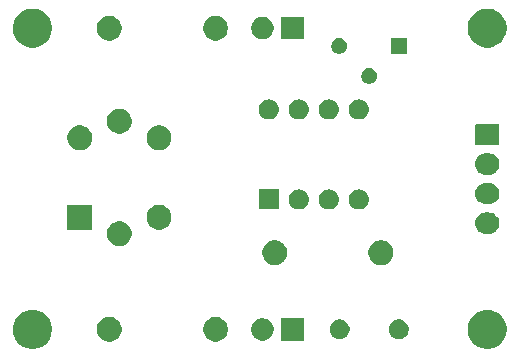
<source format=gbr>
G04 #@! TF.GenerationSoftware,KiCad,Pcbnew,(5.1.4)-1*
G04 #@! TF.CreationDate,2020-08-11T16:56:37+03:00*
G04 #@! TF.ProjectId,gas_sensor,6761735f-7365-46e7-936f-722e6b696361,rev?*
G04 #@! TF.SameCoordinates,Original*
G04 #@! TF.FileFunction,Soldermask,Top*
G04 #@! TF.FilePolarity,Negative*
%FSLAX46Y46*%
G04 Gerber Fmt 4.6, Leading zero omitted, Abs format (unit mm)*
G04 Created by KiCad (PCBNEW (5.1.4)-1) date 2020-08-11 16:56:37*
%MOMM*%
%LPD*%
G04 APERTURE LIST*
%ADD10C,0.100000*%
G04 APERTURE END LIST*
D10*
G36*
X166375256Y-114391298D02*
G01*
X166481579Y-114412447D01*
X166782042Y-114536903D01*
X167052451Y-114717585D01*
X167282415Y-114947549D01*
X167463097Y-115217958D01*
X167587553Y-115518421D01*
X167593742Y-115549534D01*
X167651000Y-115837389D01*
X167651000Y-116162611D01*
X167608702Y-116375256D01*
X167587553Y-116481579D01*
X167463097Y-116782042D01*
X167282415Y-117052451D01*
X167052451Y-117282415D01*
X166782042Y-117463097D01*
X166481579Y-117587553D01*
X166375256Y-117608702D01*
X166162611Y-117651000D01*
X165837389Y-117651000D01*
X165624744Y-117608702D01*
X165518421Y-117587553D01*
X165217958Y-117463097D01*
X164947549Y-117282415D01*
X164717585Y-117052451D01*
X164536903Y-116782042D01*
X164412447Y-116481579D01*
X164391298Y-116375256D01*
X164349000Y-116162611D01*
X164349000Y-115837389D01*
X164406258Y-115549534D01*
X164412447Y-115518421D01*
X164536903Y-115217958D01*
X164717585Y-114947549D01*
X164947549Y-114717585D01*
X165217958Y-114536903D01*
X165518421Y-114412447D01*
X165624744Y-114391298D01*
X165837389Y-114349000D01*
X166162611Y-114349000D01*
X166375256Y-114391298D01*
X166375256Y-114391298D01*
G37*
G36*
X127875256Y-114391298D02*
G01*
X127981579Y-114412447D01*
X128282042Y-114536903D01*
X128552451Y-114717585D01*
X128782415Y-114947549D01*
X128963097Y-115217958D01*
X129087553Y-115518421D01*
X129093742Y-115549534D01*
X129151000Y-115837389D01*
X129151000Y-116162611D01*
X129108702Y-116375256D01*
X129087553Y-116481579D01*
X128963097Y-116782042D01*
X128782415Y-117052451D01*
X128552451Y-117282415D01*
X128282042Y-117463097D01*
X127981579Y-117587553D01*
X127875256Y-117608702D01*
X127662611Y-117651000D01*
X127337389Y-117651000D01*
X127124744Y-117608702D01*
X127018421Y-117587553D01*
X126717958Y-117463097D01*
X126447549Y-117282415D01*
X126217585Y-117052451D01*
X126036903Y-116782042D01*
X125912447Y-116481579D01*
X125891298Y-116375256D01*
X125849000Y-116162611D01*
X125849000Y-115837389D01*
X125906258Y-115549534D01*
X125912447Y-115518421D01*
X126036903Y-115217958D01*
X126217585Y-114947549D01*
X126447549Y-114717585D01*
X126717958Y-114536903D01*
X127018421Y-114412447D01*
X127124744Y-114391298D01*
X127337389Y-114349000D01*
X127662611Y-114349000D01*
X127875256Y-114391298D01*
X127875256Y-114391298D01*
G37*
G36*
X134306564Y-114989389D02*
G01*
X134497833Y-115068615D01*
X134497835Y-115068616D01*
X134523174Y-115085547D01*
X134669973Y-115183635D01*
X134816365Y-115330027D01*
X134931385Y-115502167D01*
X135010611Y-115693436D01*
X135051000Y-115896484D01*
X135051000Y-116103516D01*
X135010611Y-116306564D01*
X134931385Y-116497833D01*
X134931384Y-116497835D01*
X134816365Y-116669973D01*
X134669973Y-116816365D01*
X134497835Y-116931384D01*
X134497834Y-116931385D01*
X134497833Y-116931385D01*
X134306564Y-117010611D01*
X134103516Y-117051000D01*
X133896484Y-117051000D01*
X133693436Y-117010611D01*
X133502167Y-116931385D01*
X133502166Y-116931385D01*
X133502165Y-116931384D01*
X133330027Y-116816365D01*
X133183635Y-116669973D01*
X133068616Y-116497835D01*
X133068615Y-116497833D01*
X132989389Y-116306564D01*
X132949000Y-116103516D01*
X132949000Y-115896484D01*
X132989389Y-115693436D01*
X133068615Y-115502167D01*
X133183635Y-115330027D01*
X133330027Y-115183635D01*
X133476826Y-115085547D01*
X133502165Y-115068616D01*
X133502167Y-115068615D01*
X133693436Y-114989389D01*
X133896484Y-114949000D01*
X134103516Y-114949000D01*
X134306564Y-114989389D01*
X134306564Y-114989389D01*
G37*
G36*
X143306564Y-114989389D02*
G01*
X143497833Y-115068615D01*
X143497835Y-115068616D01*
X143523174Y-115085547D01*
X143669973Y-115183635D01*
X143816365Y-115330027D01*
X143931385Y-115502167D01*
X144010611Y-115693436D01*
X144051000Y-115896484D01*
X144051000Y-116103516D01*
X144010611Y-116306564D01*
X143931385Y-116497833D01*
X143931384Y-116497835D01*
X143816365Y-116669973D01*
X143669973Y-116816365D01*
X143497835Y-116931384D01*
X143497834Y-116931385D01*
X143497833Y-116931385D01*
X143306564Y-117010611D01*
X143103516Y-117051000D01*
X142896484Y-117051000D01*
X142693436Y-117010611D01*
X142502167Y-116931385D01*
X142502166Y-116931385D01*
X142502165Y-116931384D01*
X142330027Y-116816365D01*
X142183635Y-116669973D01*
X142068616Y-116497835D01*
X142068615Y-116497833D01*
X141989389Y-116306564D01*
X141949000Y-116103516D01*
X141949000Y-115896484D01*
X141989389Y-115693436D01*
X142068615Y-115502167D01*
X142183635Y-115330027D01*
X142330027Y-115183635D01*
X142476826Y-115085547D01*
X142502165Y-115068616D01*
X142502167Y-115068615D01*
X142693436Y-114989389D01*
X142896484Y-114949000D01*
X143103516Y-114949000D01*
X143306564Y-114989389D01*
X143306564Y-114989389D01*
G37*
G36*
X150451000Y-116951000D02*
G01*
X148549000Y-116951000D01*
X148549000Y-115049000D01*
X150451000Y-115049000D01*
X150451000Y-116951000D01*
X150451000Y-116951000D01*
G37*
G36*
X147237395Y-115085546D02*
G01*
X147410466Y-115157234D01*
X147410467Y-115157235D01*
X147566227Y-115261310D01*
X147698690Y-115393773D01*
X147741284Y-115457520D01*
X147802766Y-115549534D01*
X147874454Y-115722605D01*
X147911000Y-115906333D01*
X147911000Y-116093667D01*
X147874454Y-116277395D01*
X147802766Y-116450466D01*
X147781977Y-116481579D01*
X147698690Y-116606227D01*
X147566227Y-116738690D01*
X147543092Y-116754148D01*
X147410466Y-116842766D01*
X147237395Y-116914454D01*
X147053667Y-116951000D01*
X146866333Y-116951000D01*
X146682605Y-116914454D01*
X146509534Y-116842766D01*
X146376908Y-116754148D01*
X146353773Y-116738690D01*
X146221310Y-116606227D01*
X146138023Y-116481579D01*
X146117234Y-116450466D01*
X146045546Y-116277395D01*
X146009000Y-116093667D01*
X146009000Y-115906333D01*
X146045546Y-115722605D01*
X146117234Y-115549534D01*
X146178716Y-115457520D01*
X146221310Y-115393773D01*
X146353773Y-115261310D01*
X146509533Y-115157235D01*
X146509534Y-115157234D01*
X146682605Y-115085546D01*
X146866333Y-115049000D01*
X147053667Y-115049000D01*
X147237395Y-115085546D01*
X147237395Y-115085546D01*
G37*
G36*
X153748228Y-115181703D02*
G01*
X153903100Y-115245853D01*
X154042481Y-115338985D01*
X154161015Y-115457519D01*
X154254147Y-115596900D01*
X154318297Y-115751772D01*
X154351000Y-115916184D01*
X154351000Y-116083816D01*
X154318297Y-116248228D01*
X154254147Y-116403100D01*
X154161015Y-116542481D01*
X154042481Y-116661015D01*
X153903100Y-116754147D01*
X153748228Y-116818297D01*
X153583816Y-116851000D01*
X153416184Y-116851000D01*
X153251772Y-116818297D01*
X153096900Y-116754147D01*
X152957519Y-116661015D01*
X152838985Y-116542481D01*
X152745853Y-116403100D01*
X152681703Y-116248228D01*
X152649000Y-116083816D01*
X152649000Y-115916184D01*
X152681703Y-115751772D01*
X152745853Y-115596900D01*
X152838985Y-115457519D01*
X152957519Y-115338985D01*
X153096900Y-115245853D01*
X153251772Y-115181703D01*
X153416184Y-115149000D01*
X153583816Y-115149000D01*
X153748228Y-115181703D01*
X153748228Y-115181703D01*
G37*
G36*
X158748228Y-115181703D02*
G01*
X158903100Y-115245853D01*
X159042481Y-115338985D01*
X159161015Y-115457519D01*
X159254147Y-115596900D01*
X159318297Y-115751772D01*
X159351000Y-115916184D01*
X159351000Y-116083816D01*
X159318297Y-116248228D01*
X159254147Y-116403100D01*
X159161015Y-116542481D01*
X159042481Y-116661015D01*
X158903100Y-116754147D01*
X158748228Y-116818297D01*
X158583816Y-116851000D01*
X158416184Y-116851000D01*
X158251772Y-116818297D01*
X158096900Y-116754147D01*
X157957519Y-116661015D01*
X157838985Y-116542481D01*
X157745853Y-116403100D01*
X157681703Y-116248228D01*
X157649000Y-116083816D01*
X157649000Y-115916184D01*
X157681703Y-115751772D01*
X157745853Y-115596900D01*
X157838985Y-115457519D01*
X157957519Y-115338985D01*
X158096900Y-115245853D01*
X158251772Y-115181703D01*
X158416184Y-115149000D01*
X158583816Y-115149000D01*
X158748228Y-115181703D01*
X158748228Y-115181703D01*
G37*
G36*
X157306564Y-108489389D02*
G01*
X157476969Y-108559973D01*
X157497835Y-108568616D01*
X157669973Y-108683635D01*
X157816365Y-108830027D01*
X157931385Y-109002167D01*
X158010611Y-109193436D01*
X158051000Y-109396484D01*
X158051000Y-109603516D01*
X158010611Y-109806564D01*
X157931385Y-109997833D01*
X157931384Y-109997835D01*
X157816365Y-110169973D01*
X157669973Y-110316365D01*
X157497835Y-110431384D01*
X157497834Y-110431385D01*
X157497833Y-110431385D01*
X157306564Y-110510611D01*
X157103516Y-110551000D01*
X156896484Y-110551000D01*
X156693436Y-110510611D01*
X156502167Y-110431385D01*
X156502166Y-110431385D01*
X156502165Y-110431384D01*
X156330027Y-110316365D01*
X156183635Y-110169973D01*
X156068616Y-109997835D01*
X156068615Y-109997833D01*
X155989389Y-109806564D01*
X155949000Y-109603516D01*
X155949000Y-109396484D01*
X155989389Y-109193436D01*
X156068615Y-109002167D01*
X156183635Y-108830027D01*
X156330027Y-108683635D01*
X156502165Y-108568616D01*
X156523031Y-108559973D01*
X156693436Y-108489389D01*
X156896484Y-108449000D01*
X157103516Y-108449000D01*
X157306564Y-108489389D01*
X157306564Y-108489389D01*
G37*
G36*
X148306564Y-108489389D02*
G01*
X148476969Y-108559973D01*
X148497835Y-108568616D01*
X148669973Y-108683635D01*
X148816365Y-108830027D01*
X148931385Y-109002167D01*
X149010611Y-109193436D01*
X149051000Y-109396484D01*
X149051000Y-109603516D01*
X149010611Y-109806564D01*
X148931385Y-109997833D01*
X148931384Y-109997835D01*
X148816365Y-110169973D01*
X148669973Y-110316365D01*
X148497835Y-110431384D01*
X148497834Y-110431385D01*
X148497833Y-110431385D01*
X148306564Y-110510611D01*
X148103516Y-110551000D01*
X147896484Y-110551000D01*
X147693436Y-110510611D01*
X147502167Y-110431385D01*
X147502166Y-110431385D01*
X147502165Y-110431384D01*
X147330027Y-110316365D01*
X147183635Y-110169973D01*
X147068616Y-109997835D01*
X147068615Y-109997833D01*
X146989389Y-109806564D01*
X146949000Y-109603516D01*
X146949000Y-109396484D01*
X146989389Y-109193436D01*
X147068615Y-109002167D01*
X147183635Y-108830027D01*
X147330027Y-108683635D01*
X147502165Y-108568616D01*
X147523031Y-108559973D01*
X147693436Y-108489389D01*
X147896484Y-108449000D01*
X148103516Y-108449000D01*
X148306564Y-108489389D01*
X148306564Y-108489389D01*
G37*
G36*
X135166564Y-106879389D02*
G01*
X135357833Y-106958615D01*
X135357835Y-106958616D01*
X135416527Y-106997833D01*
X135529973Y-107073635D01*
X135676365Y-107220027D01*
X135791385Y-107392167D01*
X135870611Y-107583436D01*
X135911000Y-107786484D01*
X135911000Y-107993516D01*
X135870611Y-108196564D01*
X135791385Y-108387833D01*
X135791384Y-108387835D01*
X135676365Y-108559973D01*
X135529973Y-108706365D01*
X135357835Y-108821384D01*
X135357834Y-108821385D01*
X135357833Y-108821385D01*
X135166564Y-108900611D01*
X134963516Y-108941000D01*
X134756484Y-108941000D01*
X134553436Y-108900611D01*
X134362167Y-108821385D01*
X134362166Y-108821385D01*
X134362165Y-108821384D01*
X134190027Y-108706365D01*
X134043635Y-108559973D01*
X133928616Y-108387835D01*
X133928615Y-108387833D01*
X133849389Y-108196564D01*
X133809000Y-107993516D01*
X133809000Y-107786484D01*
X133849389Y-107583436D01*
X133928615Y-107392167D01*
X134043635Y-107220027D01*
X134190027Y-107073635D01*
X134303473Y-106997833D01*
X134362165Y-106958616D01*
X134362167Y-106958615D01*
X134553436Y-106879389D01*
X134756484Y-106839000D01*
X134963516Y-106839000D01*
X135166564Y-106879389D01*
X135166564Y-106879389D01*
G37*
G36*
X166235442Y-106105518D02*
G01*
X166301627Y-106112037D01*
X166471466Y-106163557D01*
X166627991Y-106247222D01*
X166663729Y-106276552D01*
X166765186Y-106359814D01*
X166848448Y-106461271D01*
X166877778Y-106497009D01*
X166961443Y-106653534D01*
X167012963Y-106823373D01*
X167030359Y-107000000D01*
X167012963Y-107176627D01*
X166961443Y-107346466D01*
X166877778Y-107502991D01*
X166871525Y-107510610D01*
X166765186Y-107640186D01*
X166663729Y-107723448D01*
X166627991Y-107752778D01*
X166471466Y-107836443D01*
X166301627Y-107887963D01*
X166235442Y-107894482D01*
X166169260Y-107901000D01*
X165830740Y-107901000D01*
X165764558Y-107894482D01*
X165698373Y-107887963D01*
X165528534Y-107836443D01*
X165372009Y-107752778D01*
X165336271Y-107723448D01*
X165234814Y-107640186D01*
X165128475Y-107510610D01*
X165122222Y-107502991D01*
X165038557Y-107346466D01*
X164987037Y-107176627D01*
X164969641Y-107000000D01*
X164987037Y-106823373D01*
X165038557Y-106653534D01*
X165122222Y-106497009D01*
X165151552Y-106461271D01*
X165234814Y-106359814D01*
X165336271Y-106276552D01*
X165372009Y-106247222D01*
X165528534Y-106163557D01*
X165698373Y-106112037D01*
X165764558Y-106105518D01*
X165830740Y-106099000D01*
X166169260Y-106099000D01*
X166235442Y-106105518D01*
X166235442Y-106105518D01*
G37*
G36*
X132551000Y-107551000D02*
G01*
X130449000Y-107551000D01*
X130449000Y-105449000D01*
X132551000Y-105449000D01*
X132551000Y-107551000D01*
X132551000Y-107551000D01*
G37*
G36*
X138526564Y-105489389D02*
G01*
X138717833Y-105568615D01*
X138717835Y-105568616D01*
X138771777Y-105604659D01*
X138889973Y-105683635D01*
X139036365Y-105830027D01*
X139151385Y-106002167D01*
X139230611Y-106193436D01*
X139271000Y-106396484D01*
X139271000Y-106603516D01*
X139230611Y-106806564D01*
X139167629Y-106958616D01*
X139151384Y-106997835D01*
X139036365Y-107169973D01*
X138889973Y-107316365D01*
X138717835Y-107431384D01*
X138717834Y-107431385D01*
X138717833Y-107431385D01*
X138526564Y-107510611D01*
X138323516Y-107551000D01*
X138116484Y-107551000D01*
X137913436Y-107510611D01*
X137722167Y-107431385D01*
X137722166Y-107431385D01*
X137722165Y-107431384D01*
X137550027Y-107316365D01*
X137403635Y-107169973D01*
X137288616Y-106997835D01*
X137272371Y-106958616D01*
X137209389Y-106806564D01*
X137169000Y-106603516D01*
X137169000Y-106396484D01*
X137209389Y-106193436D01*
X137288615Y-106002167D01*
X137403635Y-105830027D01*
X137550027Y-105683635D01*
X137668223Y-105604659D01*
X137722165Y-105568616D01*
X137722167Y-105568615D01*
X137913436Y-105489389D01*
X138116484Y-105449000D01*
X138323516Y-105449000D01*
X138526564Y-105489389D01*
X138526564Y-105489389D01*
G37*
G36*
X152746823Y-104161313D02*
G01*
X152907242Y-104209976D01*
X153039906Y-104280886D01*
X153055078Y-104288996D01*
X153184659Y-104395341D01*
X153291004Y-104524922D01*
X153291005Y-104524924D01*
X153370024Y-104672758D01*
X153418687Y-104833177D01*
X153435117Y-105000000D01*
X153418687Y-105166823D01*
X153370024Y-105327242D01*
X153337568Y-105387963D01*
X153291004Y-105475078D01*
X153184659Y-105604659D01*
X153055078Y-105711004D01*
X153055076Y-105711005D01*
X152907242Y-105790024D01*
X152746823Y-105838687D01*
X152621804Y-105851000D01*
X152538196Y-105851000D01*
X152413177Y-105838687D01*
X152252758Y-105790024D01*
X152104924Y-105711005D01*
X152104922Y-105711004D01*
X151975341Y-105604659D01*
X151868996Y-105475078D01*
X151822432Y-105387963D01*
X151789976Y-105327242D01*
X151741313Y-105166823D01*
X151724883Y-105000000D01*
X151741313Y-104833177D01*
X151789976Y-104672758D01*
X151868995Y-104524924D01*
X151868996Y-104524922D01*
X151975341Y-104395341D01*
X152104922Y-104288996D01*
X152120094Y-104280886D01*
X152252758Y-104209976D01*
X152413177Y-104161313D01*
X152538196Y-104149000D01*
X152621804Y-104149000D01*
X152746823Y-104161313D01*
X152746823Y-104161313D01*
G37*
G36*
X155286823Y-104161313D02*
G01*
X155447242Y-104209976D01*
X155579906Y-104280886D01*
X155595078Y-104288996D01*
X155724659Y-104395341D01*
X155831004Y-104524922D01*
X155831005Y-104524924D01*
X155910024Y-104672758D01*
X155958687Y-104833177D01*
X155975117Y-105000000D01*
X155958687Y-105166823D01*
X155910024Y-105327242D01*
X155877568Y-105387963D01*
X155831004Y-105475078D01*
X155724659Y-105604659D01*
X155595078Y-105711004D01*
X155595076Y-105711005D01*
X155447242Y-105790024D01*
X155286823Y-105838687D01*
X155161804Y-105851000D01*
X155078196Y-105851000D01*
X154953177Y-105838687D01*
X154792758Y-105790024D01*
X154644924Y-105711005D01*
X154644922Y-105711004D01*
X154515341Y-105604659D01*
X154408996Y-105475078D01*
X154362432Y-105387963D01*
X154329976Y-105327242D01*
X154281313Y-105166823D01*
X154264883Y-105000000D01*
X154281313Y-104833177D01*
X154329976Y-104672758D01*
X154408995Y-104524924D01*
X154408996Y-104524922D01*
X154515341Y-104395341D01*
X154644922Y-104288996D01*
X154660094Y-104280886D01*
X154792758Y-104209976D01*
X154953177Y-104161313D01*
X155078196Y-104149000D01*
X155161804Y-104149000D01*
X155286823Y-104161313D01*
X155286823Y-104161313D01*
G37*
G36*
X150206823Y-104161313D02*
G01*
X150367242Y-104209976D01*
X150499906Y-104280886D01*
X150515078Y-104288996D01*
X150644659Y-104395341D01*
X150751004Y-104524922D01*
X150751005Y-104524924D01*
X150830024Y-104672758D01*
X150878687Y-104833177D01*
X150895117Y-105000000D01*
X150878687Y-105166823D01*
X150830024Y-105327242D01*
X150797568Y-105387963D01*
X150751004Y-105475078D01*
X150644659Y-105604659D01*
X150515078Y-105711004D01*
X150515076Y-105711005D01*
X150367242Y-105790024D01*
X150206823Y-105838687D01*
X150081804Y-105851000D01*
X149998196Y-105851000D01*
X149873177Y-105838687D01*
X149712758Y-105790024D01*
X149564924Y-105711005D01*
X149564922Y-105711004D01*
X149435341Y-105604659D01*
X149328996Y-105475078D01*
X149282432Y-105387963D01*
X149249976Y-105327242D01*
X149201313Y-105166823D01*
X149184883Y-105000000D01*
X149201313Y-104833177D01*
X149249976Y-104672758D01*
X149328995Y-104524924D01*
X149328996Y-104524922D01*
X149435341Y-104395341D01*
X149564922Y-104288996D01*
X149580094Y-104280886D01*
X149712758Y-104209976D01*
X149873177Y-104161313D01*
X149998196Y-104149000D01*
X150081804Y-104149000D01*
X150206823Y-104161313D01*
X150206823Y-104161313D01*
G37*
G36*
X148351000Y-105851000D02*
G01*
X146649000Y-105851000D01*
X146649000Y-104149000D01*
X148351000Y-104149000D01*
X148351000Y-105851000D01*
X148351000Y-105851000D01*
G37*
G36*
X166235443Y-103605519D02*
G01*
X166301627Y-103612037D01*
X166471466Y-103663557D01*
X166627991Y-103747222D01*
X166663729Y-103776552D01*
X166765186Y-103859814D01*
X166848448Y-103961271D01*
X166877778Y-103997009D01*
X166961443Y-104153534D01*
X167012963Y-104323373D01*
X167030359Y-104500000D01*
X167012963Y-104676627D01*
X166961443Y-104846466D01*
X166877778Y-105002991D01*
X166848448Y-105038729D01*
X166765186Y-105140186D01*
X166663729Y-105223448D01*
X166627991Y-105252778D01*
X166471466Y-105336443D01*
X166301627Y-105387963D01*
X166235443Y-105394481D01*
X166169260Y-105401000D01*
X165830740Y-105401000D01*
X165764557Y-105394481D01*
X165698373Y-105387963D01*
X165528534Y-105336443D01*
X165372009Y-105252778D01*
X165336271Y-105223448D01*
X165234814Y-105140186D01*
X165151552Y-105038729D01*
X165122222Y-105002991D01*
X165038557Y-104846466D01*
X164987037Y-104676627D01*
X164969641Y-104500000D01*
X164987037Y-104323373D01*
X165038557Y-104153534D01*
X165122222Y-103997009D01*
X165151552Y-103961271D01*
X165234814Y-103859814D01*
X165336271Y-103776552D01*
X165372009Y-103747222D01*
X165528534Y-103663557D01*
X165698373Y-103612037D01*
X165764558Y-103605518D01*
X165830740Y-103599000D01*
X166169260Y-103599000D01*
X166235443Y-103605519D01*
X166235443Y-103605519D01*
G37*
G36*
X166235442Y-101105518D02*
G01*
X166301627Y-101112037D01*
X166471466Y-101163557D01*
X166627991Y-101247222D01*
X166663729Y-101276552D01*
X166765186Y-101359814D01*
X166848448Y-101461271D01*
X166877778Y-101497009D01*
X166961443Y-101653534D01*
X167012963Y-101823373D01*
X167030359Y-102000000D01*
X167012963Y-102176627D01*
X166961443Y-102346466D01*
X166877778Y-102502991D01*
X166848448Y-102538729D01*
X166765186Y-102640186D01*
X166663729Y-102723448D01*
X166627991Y-102752778D01*
X166471466Y-102836443D01*
X166301627Y-102887963D01*
X166235443Y-102894481D01*
X166169260Y-102901000D01*
X165830740Y-102901000D01*
X165764558Y-102894482D01*
X165698373Y-102887963D01*
X165528534Y-102836443D01*
X165372009Y-102752778D01*
X165336271Y-102723448D01*
X165234814Y-102640186D01*
X165151552Y-102538729D01*
X165122222Y-102502991D01*
X165038557Y-102346466D01*
X164987037Y-102176627D01*
X164969641Y-102000000D01*
X164987037Y-101823373D01*
X165038557Y-101653534D01*
X165122222Y-101497009D01*
X165151552Y-101461271D01*
X165234814Y-101359814D01*
X165336271Y-101276552D01*
X165372009Y-101247222D01*
X165528534Y-101163557D01*
X165698373Y-101112037D01*
X165764558Y-101105518D01*
X165830740Y-101099000D01*
X166169260Y-101099000D01*
X166235442Y-101105518D01*
X166235442Y-101105518D01*
G37*
G36*
X138526564Y-98769389D02*
G01*
X138717833Y-98848615D01*
X138717835Y-98848616D01*
X138776527Y-98887833D01*
X138889973Y-98963635D01*
X139036365Y-99110027D01*
X139151385Y-99282167D01*
X139230611Y-99473436D01*
X139271000Y-99676484D01*
X139271000Y-99883516D01*
X139230611Y-100086564D01*
X139151385Y-100277833D01*
X139151384Y-100277835D01*
X139036365Y-100449973D01*
X138889973Y-100596365D01*
X138717835Y-100711384D01*
X138717834Y-100711385D01*
X138717833Y-100711385D01*
X138526564Y-100790611D01*
X138323516Y-100831000D01*
X138116484Y-100831000D01*
X137913436Y-100790611D01*
X137722167Y-100711385D01*
X137722166Y-100711385D01*
X137722165Y-100711384D01*
X137550027Y-100596365D01*
X137403635Y-100449973D01*
X137288616Y-100277835D01*
X137288615Y-100277833D01*
X137209389Y-100086564D01*
X137169000Y-99883516D01*
X137169000Y-99676484D01*
X137209389Y-99473436D01*
X137288615Y-99282167D01*
X137403635Y-99110027D01*
X137550027Y-98963635D01*
X137663473Y-98887833D01*
X137722165Y-98848616D01*
X137722167Y-98848615D01*
X137913436Y-98769389D01*
X138116484Y-98729000D01*
X138323516Y-98729000D01*
X138526564Y-98769389D01*
X138526564Y-98769389D01*
G37*
G36*
X131806564Y-98769389D02*
G01*
X131997833Y-98848615D01*
X131997835Y-98848616D01*
X132056527Y-98887833D01*
X132169973Y-98963635D01*
X132316365Y-99110027D01*
X132431385Y-99282167D01*
X132510611Y-99473436D01*
X132551000Y-99676484D01*
X132551000Y-99883516D01*
X132510611Y-100086564D01*
X132431385Y-100277833D01*
X132431384Y-100277835D01*
X132316365Y-100449973D01*
X132169973Y-100596365D01*
X131997835Y-100711384D01*
X131997834Y-100711385D01*
X131997833Y-100711385D01*
X131806564Y-100790611D01*
X131603516Y-100831000D01*
X131396484Y-100831000D01*
X131193436Y-100790611D01*
X131002167Y-100711385D01*
X131002166Y-100711385D01*
X131002165Y-100711384D01*
X130830027Y-100596365D01*
X130683635Y-100449973D01*
X130568616Y-100277835D01*
X130568615Y-100277833D01*
X130489389Y-100086564D01*
X130449000Y-99883516D01*
X130449000Y-99676484D01*
X130489389Y-99473436D01*
X130568615Y-99282167D01*
X130683635Y-99110027D01*
X130830027Y-98963635D01*
X130943473Y-98887833D01*
X131002165Y-98848616D01*
X131002167Y-98848615D01*
X131193436Y-98769389D01*
X131396484Y-98729000D01*
X131603516Y-98729000D01*
X131806564Y-98769389D01*
X131806564Y-98769389D01*
G37*
G36*
X166883600Y-98602989D02*
G01*
X166916652Y-98613015D01*
X166947103Y-98629292D01*
X166973799Y-98651201D01*
X166995708Y-98677897D01*
X167011985Y-98708348D01*
X167022011Y-98741400D01*
X167026000Y-98781903D01*
X167026000Y-100218097D01*
X167022011Y-100258600D01*
X167011985Y-100291652D01*
X166995708Y-100322103D01*
X166973799Y-100348799D01*
X166947103Y-100370708D01*
X166916652Y-100386985D01*
X166883600Y-100397011D01*
X166843097Y-100401000D01*
X165156903Y-100401000D01*
X165116400Y-100397011D01*
X165083348Y-100386985D01*
X165052897Y-100370708D01*
X165026201Y-100348799D01*
X165004292Y-100322103D01*
X164988015Y-100291652D01*
X164977989Y-100258600D01*
X164974000Y-100218097D01*
X164974000Y-98781903D01*
X164977989Y-98741400D01*
X164988015Y-98708348D01*
X165004292Y-98677897D01*
X165026201Y-98651201D01*
X165052897Y-98629292D01*
X165083348Y-98613015D01*
X165116400Y-98602989D01*
X165156903Y-98599000D01*
X166843097Y-98599000D01*
X166883600Y-98602989D01*
X166883600Y-98602989D01*
G37*
G36*
X135166564Y-97379389D02*
G01*
X135357833Y-97458615D01*
X135357835Y-97458616D01*
X135489846Y-97546823D01*
X135529973Y-97573635D01*
X135676365Y-97720027D01*
X135791385Y-97892167D01*
X135870611Y-98083436D01*
X135911000Y-98286484D01*
X135911000Y-98493516D01*
X135870611Y-98696564D01*
X135807629Y-98848616D01*
X135791384Y-98887835D01*
X135676365Y-99059973D01*
X135529973Y-99206365D01*
X135357835Y-99321384D01*
X135357834Y-99321385D01*
X135357833Y-99321385D01*
X135166564Y-99400611D01*
X134963516Y-99441000D01*
X134756484Y-99441000D01*
X134553436Y-99400611D01*
X134362167Y-99321385D01*
X134362166Y-99321385D01*
X134362165Y-99321384D01*
X134190027Y-99206365D01*
X134043635Y-99059973D01*
X133928616Y-98887835D01*
X133912371Y-98848616D01*
X133849389Y-98696564D01*
X133809000Y-98493516D01*
X133809000Y-98286484D01*
X133849389Y-98083436D01*
X133928615Y-97892167D01*
X134043635Y-97720027D01*
X134190027Y-97573635D01*
X134230154Y-97546823D01*
X134362165Y-97458616D01*
X134362167Y-97458615D01*
X134553436Y-97379389D01*
X134756484Y-97339000D01*
X134963516Y-97339000D01*
X135166564Y-97379389D01*
X135166564Y-97379389D01*
G37*
G36*
X155286823Y-96541313D02*
G01*
X155447242Y-96589976D01*
X155579906Y-96660886D01*
X155595078Y-96668996D01*
X155724659Y-96775341D01*
X155831004Y-96904922D01*
X155831005Y-96904924D01*
X155910024Y-97052758D01*
X155958687Y-97213177D01*
X155975117Y-97380000D01*
X155958687Y-97546823D01*
X155910024Y-97707242D01*
X155903190Y-97720027D01*
X155831004Y-97855078D01*
X155724659Y-97984659D01*
X155595078Y-98091004D01*
X155595076Y-98091005D01*
X155447242Y-98170024D01*
X155286823Y-98218687D01*
X155161804Y-98231000D01*
X155078196Y-98231000D01*
X154953177Y-98218687D01*
X154792758Y-98170024D01*
X154644924Y-98091005D01*
X154644922Y-98091004D01*
X154515341Y-97984659D01*
X154408996Y-97855078D01*
X154336810Y-97720027D01*
X154329976Y-97707242D01*
X154281313Y-97546823D01*
X154264883Y-97380000D01*
X154281313Y-97213177D01*
X154329976Y-97052758D01*
X154408995Y-96904924D01*
X154408996Y-96904922D01*
X154515341Y-96775341D01*
X154644922Y-96668996D01*
X154660094Y-96660886D01*
X154792758Y-96589976D01*
X154953177Y-96541313D01*
X155078196Y-96529000D01*
X155161804Y-96529000D01*
X155286823Y-96541313D01*
X155286823Y-96541313D01*
G37*
G36*
X152746823Y-96541313D02*
G01*
X152907242Y-96589976D01*
X153039906Y-96660886D01*
X153055078Y-96668996D01*
X153184659Y-96775341D01*
X153291004Y-96904922D01*
X153291005Y-96904924D01*
X153370024Y-97052758D01*
X153418687Y-97213177D01*
X153435117Y-97380000D01*
X153418687Y-97546823D01*
X153370024Y-97707242D01*
X153363190Y-97720027D01*
X153291004Y-97855078D01*
X153184659Y-97984659D01*
X153055078Y-98091004D01*
X153055076Y-98091005D01*
X152907242Y-98170024D01*
X152746823Y-98218687D01*
X152621804Y-98231000D01*
X152538196Y-98231000D01*
X152413177Y-98218687D01*
X152252758Y-98170024D01*
X152104924Y-98091005D01*
X152104922Y-98091004D01*
X151975341Y-97984659D01*
X151868996Y-97855078D01*
X151796810Y-97720027D01*
X151789976Y-97707242D01*
X151741313Y-97546823D01*
X151724883Y-97380000D01*
X151741313Y-97213177D01*
X151789976Y-97052758D01*
X151868995Y-96904924D01*
X151868996Y-96904922D01*
X151975341Y-96775341D01*
X152104922Y-96668996D01*
X152120094Y-96660886D01*
X152252758Y-96589976D01*
X152413177Y-96541313D01*
X152538196Y-96529000D01*
X152621804Y-96529000D01*
X152746823Y-96541313D01*
X152746823Y-96541313D01*
G37*
G36*
X150206823Y-96541313D02*
G01*
X150367242Y-96589976D01*
X150499906Y-96660886D01*
X150515078Y-96668996D01*
X150644659Y-96775341D01*
X150751004Y-96904922D01*
X150751005Y-96904924D01*
X150830024Y-97052758D01*
X150878687Y-97213177D01*
X150895117Y-97380000D01*
X150878687Y-97546823D01*
X150830024Y-97707242D01*
X150823190Y-97720027D01*
X150751004Y-97855078D01*
X150644659Y-97984659D01*
X150515078Y-98091004D01*
X150515076Y-98091005D01*
X150367242Y-98170024D01*
X150206823Y-98218687D01*
X150081804Y-98231000D01*
X149998196Y-98231000D01*
X149873177Y-98218687D01*
X149712758Y-98170024D01*
X149564924Y-98091005D01*
X149564922Y-98091004D01*
X149435341Y-97984659D01*
X149328996Y-97855078D01*
X149256810Y-97720027D01*
X149249976Y-97707242D01*
X149201313Y-97546823D01*
X149184883Y-97380000D01*
X149201313Y-97213177D01*
X149249976Y-97052758D01*
X149328995Y-96904924D01*
X149328996Y-96904922D01*
X149435341Y-96775341D01*
X149564922Y-96668996D01*
X149580094Y-96660886D01*
X149712758Y-96589976D01*
X149873177Y-96541313D01*
X149998196Y-96529000D01*
X150081804Y-96529000D01*
X150206823Y-96541313D01*
X150206823Y-96541313D01*
G37*
G36*
X147666823Y-96541313D02*
G01*
X147827242Y-96589976D01*
X147959906Y-96660886D01*
X147975078Y-96668996D01*
X148104659Y-96775341D01*
X148211004Y-96904922D01*
X148211005Y-96904924D01*
X148290024Y-97052758D01*
X148338687Y-97213177D01*
X148355117Y-97380000D01*
X148338687Y-97546823D01*
X148290024Y-97707242D01*
X148283190Y-97720027D01*
X148211004Y-97855078D01*
X148104659Y-97984659D01*
X147975078Y-98091004D01*
X147975076Y-98091005D01*
X147827242Y-98170024D01*
X147666823Y-98218687D01*
X147541804Y-98231000D01*
X147458196Y-98231000D01*
X147333177Y-98218687D01*
X147172758Y-98170024D01*
X147024924Y-98091005D01*
X147024922Y-98091004D01*
X146895341Y-97984659D01*
X146788996Y-97855078D01*
X146716810Y-97720027D01*
X146709976Y-97707242D01*
X146661313Y-97546823D01*
X146644883Y-97380000D01*
X146661313Y-97213177D01*
X146709976Y-97052758D01*
X146788995Y-96904924D01*
X146788996Y-96904922D01*
X146895341Y-96775341D01*
X147024922Y-96668996D01*
X147040094Y-96660886D01*
X147172758Y-96589976D01*
X147333177Y-96541313D01*
X147458196Y-96529000D01*
X147541804Y-96529000D01*
X147666823Y-96541313D01*
X147666823Y-96541313D01*
G37*
G36*
X156193098Y-93903440D02*
G01*
X156313575Y-93953343D01*
X156422000Y-94025791D01*
X156514209Y-94118000D01*
X156586657Y-94226425D01*
X156636560Y-94346902D01*
X156662000Y-94474799D01*
X156662000Y-94605201D01*
X156636560Y-94733098D01*
X156586657Y-94853575D01*
X156514209Y-94962000D01*
X156422000Y-95054209D01*
X156313575Y-95126657D01*
X156313574Y-95126658D01*
X156313573Y-95126658D01*
X156193098Y-95176560D01*
X156065203Y-95202000D01*
X155934797Y-95202000D01*
X155806902Y-95176560D01*
X155686427Y-95126658D01*
X155686426Y-95126658D01*
X155686425Y-95126657D01*
X155578000Y-95054209D01*
X155485791Y-94962000D01*
X155413343Y-94853575D01*
X155363440Y-94733098D01*
X155338000Y-94605201D01*
X155338000Y-94474799D01*
X155363440Y-94346902D01*
X155413343Y-94226425D01*
X155485791Y-94118000D01*
X155578000Y-94025791D01*
X155686425Y-93953343D01*
X155806902Y-93903440D01*
X155934797Y-93878000D01*
X156065203Y-93878000D01*
X156193098Y-93903440D01*
X156193098Y-93903440D01*
G37*
G36*
X159202000Y-92662000D02*
G01*
X157878000Y-92662000D01*
X157878000Y-91338000D01*
X159202000Y-91338000D01*
X159202000Y-92662000D01*
X159202000Y-92662000D01*
G37*
G36*
X153653098Y-91363440D02*
G01*
X153773575Y-91413343D01*
X153882000Y-91485791D01*
X153974209Y-91578000D01*
X154046657Y-91686425D01*
X154096560Y-91806902D01*
X154122000Y-91934799D01*
X154122000Y-92065201D01*
X154096560Y-92193098D01*
X154046657Y-92313575D01*
X153974209Y-92422000D01*
X153882000Y-92514209D01*
X153773575Y-92586657D01*
X153773574Y-92586658D01*
X153773573Y-92586658D01*
X153653098Y-92636560D01*
X153525203Y-92662000D01*
X153394797Y-92662000D01*
X153266902Y-92636560D01*
X153146427Y-92586658D01*
X153146426Y-92586658D01*
X153146425Y-92586657D01*
X153038000Y-92514209D01*
X152945791Y-92422000D01*
X152873343Y-92313575D01*
X152823440Y-92193098D01*
X152798000Y-92065201D01*
X152798000Y-91934799D01*
X152823440Y-91806902D01*
X152873343Y-91686425D01*
X152945791Y-91578000D01*
X153038000Y-91485791D01*
X153146425Y-91413343D01*
X153266902Y-91363440D01*
X153394797Y-91338000D01*
X153525203Y-91338000D01*
X153653098Y-91363440D01*
X153653098Y-91363440D01*
G37*
G36*
X127875256Y-88891298D02*
G01*
X127981579Y-88912447D01*
X128282042Y-89036903D01*
X128552451Y-89217585D01*
X128782415Y-89447549D01*
X128963097Y-89717958D01*
X129087553Y-90018421D01*
X129093742Y-90049534D01*
X129151000Y-90337389D01*
X129151000Y-90662611D01*
X129108702Y-90875256D01*
X129087553Y-90981579D01*
X128963097Y-91282042D01*
X128782415Y-91552451D01*
X128552451Y-91782415D01*
X128282042Y-91963097D01*
X127981579Y-92087553D01*
X127875256Y-92108702D01*
X127662611Y-92151000D01*
X127337389Y-92151000D01*
X127124744Y-92108702D01*
X127018421Y-92087553D01*
X126717958Y-91963097D01*
X126447549Y-91782415D01*
X126217585Y-91552451D01*
X126036903Y-91282042D01*
X125912447Y-90981579D01*
X125891298Y-90875256D01*
X125849000Y-90662611D01*
X125849000Y-90337389D01*
X125906258Y-90049534D01*
X125912447Y-90018421D01*
X126036903Y-89717958D01*
X126217585Y-89447549D01*
X126447549Y-89217585D01*
X126717958Y-89036903D01*
X127018421Y-88912447D01*
X127124744Y-88891298D01*
X127337389Y-88849000D01*
X127662611Y-88849000D01*
X127875256Y-88891298D01*
X127875256Y-88891298D01*
G37*
G36*
X166375256Y-88891298D02*
G01*
X166481579Y-88912447D01*
X166782042Y-89036903D01*
X167052451Y-89217585D01*
X167282415Y-89447549D01*
X167463097Y-89717958D01*
X167587553Y-90018421D01*
X167593742Y-90049534D01*
X167651000Y-90337389D01*
X167651000Y-90662611D01*
X167608702Y-90875256D01*
X167587553Y-90981579D01*
X167463097Y-91282042D01*
X167282415Y-91552451D01*
X167052451Y-91782415D01*
X166782042Y-91963097D01*
X166481579Y-92087553D01*
X166375256Y-92108702D01*
X166162611Y-92151000D01*
X165837389Y-92151000D01*
X165624744Y-92108702D01*
X165518421Y-92087553D01*
X165217958Y-91963097D01*
X164947549Y-91782415D01*
X164717585Y-91552451D01*
X164536903Y-91282042D01*
X164412447Y-90981579D01*
X164391298Y-90875256D01*
X164349000Y-90662611D01*
X164349000Y-90337389D01*
X164406258Y-90049534D01*
X164412447Y-90018421D01*
X164536903Y-89717958D01*
X164717585Y-89447549D01*
X164947549Y-89217585D01*
X165217958Y-89036903D01*
X165518421Y-88912447D01*
X165624744Y-88891298D01*
X165837389Y-88849000D01*
X166162611Y-88849000D01*
X166375256Y-88891298D01*
X166375256Y-88891298D01*
G37*
G36*
X134306564Y-89489389D02*
G01*
X134497833Y-89568615D01*
X134497835Y-89568616D01*
X134523174Y-89585547D01*
X134669973Y-89683635D01*
X134816365Y-89830027D01*
X134931385Y-90002167D01*
X135010611Y-90193436D01*
X135051000Y-90396484D01*
X135051000Y-90603516D01*
X135010611Y-90806564D01*
X134931385Y-90997833D01*
X134931384Y-90997835D01*
X134816365Y-91169973D01*
X134669973Y-91316365D01*
X134497835Y-91431384D01*
X134497834Y-91431385D01*
X134497833Y-91431385D01*
X134306564Y-91510611D01*
X134103516Y-91551000D01*
X133896484Y-91551000D01*
X133693436Y-91510611D01*
X133502167Y-91431385D01*
X133502166Y-91431385D01*
X133502165Y-91431384D01*
X133330027Y-91316365D01*
X133183635Y-91169973D01*
X133068616Y-90997835D01*
X133068615Y-90997833D01*
X132989389Y-90806564D01*
X132949000Y-90603516D01*
X132949000Y-90396484D01*
X132989389Y-90193436D01*
X133068615Y-90002167D01*
X133183635Y-89830027D01*
X133330027Y-89683635D01*
X133476826Y-89585547D01*
X133502165Y-89568616D01*
X133502167Y-89568615D01*
X133693436Y-89489389D01*
X133896484Y-89449000D01*
X134103516Y-89449000D01*
X134306564Y-89489389D01*
X134306564Y-89489389D01*
G37*
G36*
X143306564Y-89489389D02*
G01*
X143497833Y-89568615D01*
X143497835Y-89568616D01*
X143523174Y-89585547D01*
X143669973Y-89683635D01*
X143816365Y-89830027D01*
X143931385Y-90002167D01*
X144010611Y-90193436D01*
X144051000Y-90396484D01*
X144051000Y-90603516D01*
X144010611Y-90806564D01*
X143931385Y-90997833D01*
X143931384Y-90997835D01*
X143816365Y-91169973D01*
X143669973Y-91316365D01*
X143497835Y-91431384D01*
X143497834Y-91431385D01*
X143497833Y-91431385D01*
X143306564Y-91510611D01*
X143103516Y-91551000D01*
X142896484Y-91551000D01*
X142693436Y-91510611D01*
X142502167Y-91431385D01*
X142502166Y-91431385D01*
X142502165Y-91431384D01*
X142330027Y-91316365D01*
X142183635Y-91169973D01*
X142068616Y-90997835D01*
X142068615Y-90997833D01*
X141989389Y-90806564D01*
X141949000Y-90603516D01*
X141949000Y-90396484D01*
X141989389Y-90193436D01*
X142068615Y-90002167D01*
X142183635Y-89830027D01*
X142330027Y-89683635D01*
X142476826Y-89585547D01*
X142502165Y-89568616D01*
X142502167Y-89568615D01*
X142693436Y-89489389D01*
X142896484Y-89449000D01*
X143103516Y-89449000D01*
X143306564Y-89489389D01*
X143306564Y-89489389D01*
G37*
G36*
X150451000Y-91451000D02*
G01*
X148549000Y-91451000D01*
X148549000Y-89549000D01*
X150451000Y-89549000D01*
X150451000Y-91451000D01*
X150451000Y-91451000D01*
G37*
G36*
X147237395Y-89585546D02*
G01*
X147410466Y-89657234D01*
X147410467Y-89657235D01*
X147566227Y-89761310D01*
X147698690Y-89893773D01*
X147698691Y-89893775D01*
X147802766Y-90049534D01*
X147874454Y-90222605D01*
X147911000Y-90406333D01*
X147911000Y-90593667D01*
X147874454Y-90777395D01*
X147802766Y-90950466D01*
X147781977Y-90981579D01*
X147698690Y-91106227D01*
X147566227Y-91238690D01*
X147501349Y-91282040D01*
X147410466Y-91342766D01*
X147237395Y-91414454D01*
X147053667Y-91451000D01*
X146866333Y-91451000D01*
X146682605Y-91414454D01*
X146509534Y-91342766D01*
X146418651Y-91282040D01*
X146353773Y-91238690D01*
X146221310Y-91106227D01*
X146138023Y-90981579D01*
X146117234Y-90950466D01*
X146045546Y-90777395D01*
X146009000Y-90593667D01*
X146009000Y-90406333D01*
X146045546Y-90222605D01*
X146117234Y-90049534D01*
X146221309Y-89893775D01*
X146221310Y-89893773D01*
X146353773Y-89761310D01*
X146509533Y-89657235D01*
X146509534Y-89657234D01*
X146682605Y-89585546D01*
X146866333Y-89549000D01*
X147053667Y-89549000D01*
X147237395Y-89585546D01*
X147237395Y-89585546D01*
G37*
M02*

</source>
